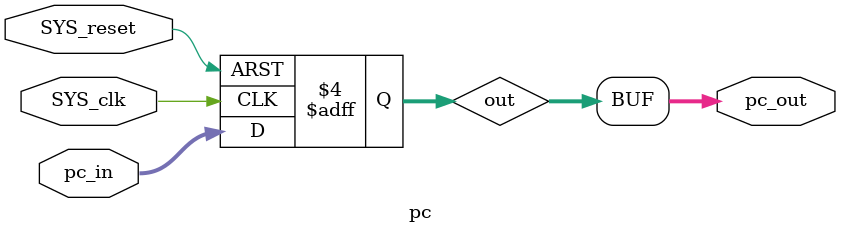
<source format=v>
module pc(SYS_clk, SYS_reset, pc_in, pc_out);
input SYS_clk, SYS_reset;
input [31:0] pc_in;
output [31:0]	pc_out;
reg [31:0] out;
initial begin
	out = 32'd0;
end
always @(posedge SYS_clk or negedge SYS_reset)
  begin
	 if(SYS_reset == 1'b0)
		begin
			out = 32'd0;
		end
	else
      begin
        out = pc_in;
      end
  end
assign pc_out = out;
endmodule

</source>
